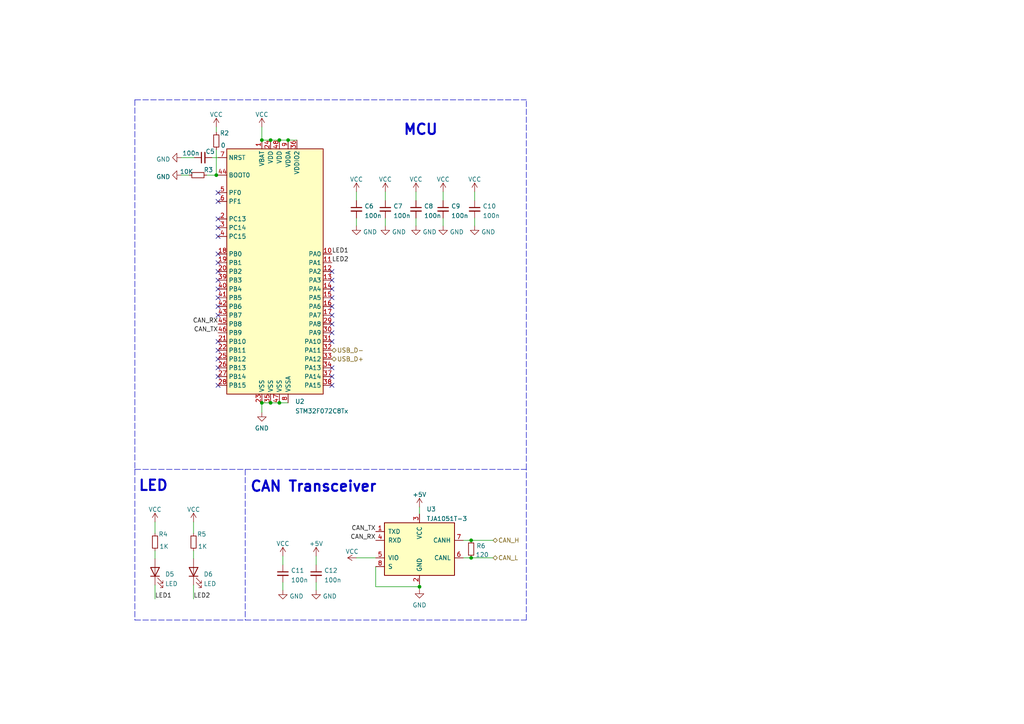
<source format=kicad_sch>
(kicad_sch (version 20211123) (generator eeschema)
  (paper "A4")
  (lib_symbols
    (symbol "Device:C_Small" (pin_numbers hide) (pin_names (offset 0.254) hide)
      (property "Reference" "C" (at 0.254 1.778 0))
      (property "Value" "C_Small" (at 0.254 -2.032 0))
      (symbol "C_Small_0_1"
        (polyline (pts (xy -1.524 -0.508) (xy 1.524 -0.508)) (stroke (width 0.3302)))
        (polyline (pts (xy -1.524 0.508) (xy 1.524 0.508)) (stroke (width 0.3048)))
      )
      (symbol "C_Small_1_1"
        (pin passive line (at 0 2.54 270) (length 2.032) (name "~") (number "1"))
        (pin passive line (at 0 -2.54 90) (length 2.032) (name "~") (number "2"))
      )
    )
    (symbol "Device:LED" (pin_numbers hide) (pin_names (offset 1.016) hide)
      (property "Reference" "D" (at 0 2.54 0))
      (property "Value" "LED" (at 0 -2.54 0))
      (symbol "LED_0_1"
        (polyline (pts (xy -1.27 -1.27) (xy -1.27 1.27)) (stroke (width 0.254)))
        (polyline (pts (xy -1.27 0) (xy 1.27 0)))
        (polyline (pts (xy 1.27 -1.27) (xy 1.27 1.27) (xy -1.27 0) (xy 1.27 -1.27)) (stroke (width 0.254)))
        (polyline (pts (xy -3.048 -0.762) (xy -4.572 -2.286) (xy -3.81 -2.286) (xy -4.572 -2.286) (xy -4.572 -1.524)))
        (polyline (pts (xy -1.778 -0.762) (xy -3.302 -2.286) (xy -2.54 -2.286) (xy -3.302 -2.286) (xy -3.302 -1.524)))
      )
      (symbol "LED_1_1"
        (pin passive line (at -3.81 0 0) (length 2.54) (name "K") (number "1"))
        (pin passive line (at 3.81 0 180) (length 2.54) (name "A") (number "2"))
      )
    )
    (symbol "Device:R_Small" (pin_numbers hide) (pin_names (offset 0.254) hide)
      (property "Reference" "R" (at 0.762 0.508 0))
      (property "Value" "R_Small" (at 0.762 -1.016 0))
      (symbol "R_Small_0_1"
        (rectangle (start -0.762 1.778) (end 0.762 -1.778) (stroke (width 0.2032)))
      )
      (symbol "R_Small_1_1"
        (pin passive line (at 0 2.54 270) (length 0.762) (name "~") (number "1"))
        (pin passive line (at 0 -2.54 90) (length 0.762) (name "~") (number "2"))
      )
    )
    (symbol "Interface_CAN_LIN:TJA1051T-3" (pin_names (offset 1.016))
      (property "Reference" "U" (at -10.16 8.89 0))
      (property "Value" "TJA1051T-3" (at 1.27 8.89 0))
      (symbol "TJA1051T-3_0_1"
        (rectangle (start -10.16 7.62) (end 10.16 -7.62) (stroke (width 0.254)) (fill (type background)))
      )
      (symbol "TJA1051T-3_1_1"
        (pin input line (at -12.7 5.08 0) (length 2.54) (name "TXD") (number "1"))
        (pin power_in line (at 0 -10.16 90) (length 2.54) (name "GND") (number "2"))
        (pin power_in line (at 0 10.16 270) (length 2.54) (name "VCC") (number "3"))
        (pin output line (at -12.7 2.54 0) (length 2.54) (name "RXD") (number "4"))
        (pin power_in line (at -12.7 -2.54 0) (length 2.54) (name "VIO") (number "5"))
        (pin bidirectional line (at 12.7 -2.54 180) (length 2.54) (name "CANL") (number "6"))
        (pin bidirectional line (at 12.7 2.54 180) (length 2.54) (name "CANH") (number "7"))
        (pin input line (at -12.7 -5.08 0) (length 2.54) (name "S") (number "8"))
      )
    )
    (symbol "MCU_ST_STM32F0:STM32F072C8Tx"
      (property "Reference" "U" (at -15.24 36.83 0))
      (property "Value" "STM32F072C8Tx" (at 7.62 36.83 0))
      (symbol "STM32F072C8Tx_0_1"
        (rectangle (start -15.24 -35.56) (end 12.7 35.56) (stroke (width 0.254)) (fill (type background)))
      )
      (symbol "STM32F072C8Tx_1_1"
        (pin power_in line (at -5.08 38.1 270) (length 2.54) (name "VBAT") (number "1"))
        (pin bidirectional line (at 15.24 5.08 180) (length 2.54) (name "PA0") (number "10"))
        (pin bidirectional line (at 15.24 2.54 180) (length 2.54) (name "PA1") (number "11"))
        (pin bidirectional line (at 15.24 0 180) (length 2.54) (name "PA2") (number "12"))
        (pin bidirectional line (at 15.24 -2.54 180) (length 2.54) (name "PA3") (number "13"))
        (pin bidirectional line (at 15.24 -5.08 180) (length 2.54) (name "PA4") (number "14"))
        (pin bidirectional line (at 15.24 -7.62 180) (length 2.54) (name "PA5") (number "15"))
        (pin bidirectional line (at 15.24 -10.16 180) (length 2.54) (name "PA6") (number "16"))
        (pin bidirectional line (at 15.24 -12.7 180) (length 2.54) (name "PA7") (number "17"))
        (pin bidirectional line (at -17.78 5.08 0) (length 2.54) (name "PB0") (number "18"))
        (pin bidirectional line (at -17.78 2.54 0) (length 2.54) (name "PB1") (number "19"))
        (pin bidirectional line (at -17.78 15.24 0) (length 2.54) (name "PC13") (number "2"))
        (pin bidirectional line (at -17.78 0 0) (length 2.54) (name "PB2") (number "20"))
        (pin bidirectional line (at -17.78 -20.32 0) (length 2.54) (name "PB10") (number "21"))
        (pin bidirectional line (at -17.78 -22.86 0) (length 2.54) (name "PB11") (number "22"))
        (pin power_in line (at -5.08 -38.1 90) (length 2.54) (name "VSS") (number "23"))
        (pin power_in line (at -2.54 38.1 270) (length 2.54) (name "VDD") (number "24"))
        (pin bidirectional line (at -17.78 -25.4 0) (length 2.54) (name "PB12") (number "25"))
        (pin bidirectional line (at -17.78 -27.94 0) (length 2.54) (name "PB13") (number "26"))
        (pin bidirectional line (at -17.78 -30.48 0) (length 2.54) (name "PB14") (number "27"))
        (pin bidirectional line (at -17.78 -33.02 0) (length 2.54) (name "PB15") (number "28"))
        (pin bidirectional line (at 15.24 -15.24 180) (length 2.54) (name "PA8") (number "29"))
        (pin bidirectional line (at -17.78 12.7 0) (length 2.54) (name "PC14") (number "3"))
        (pin bidirectional line (at 15.24 -17.78 180) (length 2.54) (name "PA9") (number "30"))
        (pin bidirectional line (at 15.24 -20.32 180) (length 2.54) (name "PA10") (number "31"))
        (pin bidirectional line (at 15.24 -22.86 180) (length 2.54) (name "PA11") (number "32"))
        (pin bidirectional line (at 15.24 -25.4 180) (length 2.54) (name "PA12") (number "33"))
        (pin bidirectional line (at 15.24 -27.94 180) (length 2.54) (name "PA13") (number "34"))
        (pin power_in line (at -2.54 -38.1 90) (length 2.54) (name "VSS") (number "35"))
        (pin power_in line (at 5.08 38.1 270) (length 2.54) (name "VDDIO2") (number "36"))
        (pin bidirectional line (at 15.24 -30.48 180) (length 2.54) (name "PA14") (number "37"))
        (pin bidirectional line (at 15.24 -33.02 180) (length 2.54) (name "PA15") (number "38"))
        (pin bidirectional line (at -17.78 -2.54 0) (length 2.54) (name "PB3") (number "39"))
        (pin bidirectional line (at -17.78 10.16 0) (length 2.54) (name "PC15") (number "4"))
        (pin bidirectional line (at -17.78 -5.08 0) (length 2.54) (name "PB4") (number "40"))
        (pin bidirectional line (at -17.78 -7.62 0) (length 2.54) (name "PB5") (number "41"))
        (pin bidirectional line (at -17.78 -10.16 0) (length 2.54) (name "PB6") (number "42"))
        (pin bidirectional line (at -17.78 -12.7 0) (length 2.54) (name "PB7") (number "43"))
        (pin input line (at -17.78 27.94 0) (length 2.54) (name "BOOT0") (number "44"))
        (pin bidirectional line (at -17.78 -15.24 0) (length 2.54) (name "PB8") (number "45"))
        (pin bidirectional line (at -17.78 -17.78 0) (length 2.54) (name "PB9") (number "46"))
        (pin power_in line (at 0 -38.1 90) (length 2.54) (name "VSS") (number "47"))
        (pin power_in line (at 0 38.1 270) (length 2.54) (name "VDD") (number "48"))
        (pin input line (at -17.78 22.86 0) (length 2.54) (name "PF0") (number "5"))
        (pin input line (at -17.78 20.32 0) (length 2.54) (name "PF1") (number "6"))
        (pin input line (at -17.78 33.02 0) (length 2.54) (name "NRST") (number "7"))
        (pin power_in line (at 2.54 -38.1 90) (length 2.54) (name "VSSA") (number "8"))
        (pin power_in line (at 2.54 38.1 270) (length 2.54) (name "VDDA") (number "9"))
      )
    )
    (symbol "power:+5V" (power) (pin_names (offset 0))
      (property "Value" "+5V" (at 0 3.556 0))
      (symbol "+5V_0_1"
        (polyline (pts (xy -0.762 1.27) (xy 0 2.54)))
        (polyline (pts (xy 0 0) (xy 0 2.54)))
        (polyline (pts (xy 0 2.54) (xy 0.762 1.27)))
      )
      (symbol "+5V_1_1"
        (pin power_in line (at 0 0 90) (length 0) hide (name "+5V") (number "1"))
      )
    )
    (symbol "power:GND" (power) (pin_names (offset 0))
      (property "Value" "GND" (at 0 -3.81 0))
      (symbol "GND_0_1"
        (polyline (pts (xy 0 0) (xy 0 -1.27) (xy 1.27 -1.27) (xy 0 -2.54) (xy -1.27 -1.27) (xy 0 -1.27)))
      )
      (symbol "GND_1_1"
        (pin power_in line (at 0 0 270) (length 0) hide (name "GND") (number "1"))
      )
    )
    (symbol "power:VCC" (power) (pin_names (offset 0))
      (property "Value" "VCC" (at 0 3.81 0))
      (symbol "VCC_0_1"
        (polyline (pts (xy -0.762 1.27) (xy 0 2.54)))
        (polyline (pts (xy 0 0) (xy 0 2.54)))
        (polyline (pts (xy 0 2.54) (xy 0.762 1.27)))
      )
      (symbol "VCC_1_1"
        (pin power_in line (at 0 0 90) (length 0) hide (name "VCC") (number "1"))
      )
    )
  )
  (junction (at 121.666 170.18))
  (junction (at 62.738 50.8))
  (junction (at 75.946 40.64))
  (junction (at 78.486 40.64))
  (junction (at 75.946 116.84))
  (junction (at 81.026 40.64))
  (junction (at 83.566 40.64))
  (junction (at 136.652 156.718))
  (junction (at 78.486 116.84))
  (junction (at 136.652 161.798))
  (junction (at 81.026 116.84))
  (no_connect (at 63.246 109.22))
  (no_connect (at 96.266 86.36))
  (no_connect (at 63.246 111.76))
  (no_connect (at 63.246 73.66))
  (no_connect (at 96.266 109.22))
  (no_connect (at 96.266 106.68))
  (no_connect (at 96.266 99.06))
  (no_connect (at 63.246 104.14))
  (no_connect (at 63.246 66.04))
  (no_connect (at 96.266 83.82))
  (no_connect (at 63.246 99.06))
  (no_connect (at 63.246 106.68))
  (no_connect (at 96.266 111.76))
  (no_connect (at 63.246 101.6))
  (no_connect (at 63.246 78.74))
  (no_connect (at 96.266 81.28))
  (no_connect (at 63.246 91.44))
  (no_connect (at 63.246 58.42))
  (no_connect (at 96.266 91.44))
  (no_connect (at 96.266 96.52))
  (no_connect (at 63.246 63.5))
  (no_connect (at 63.246 88.9))
  (no_connect (at 63.246 76.2))
  (no_connect (at 96.266 78.74))
  (no_connect (at 96.266 88.9))
  (no_connect (at 63.246 86.36))
  (no_connect (at 96.266 93.98))
  (no_connect (at 63.246 81.28))
  (no_connect (at 63.246 68.58))
  (no_connect (at 63.246 83.82))
  (no_connect (at 63.246 55.88))
  (wire (pts (xy 61.468 45.72) (xy 63.246 45.72)))
  (wire (pts (xy 134.366 161.798) (xy 136.652 161.798)))
  (wire (pts (xy 108.966 170.18) (xy 121.666 170.18)))
  (wire (pts (xy 44.958 159.766) (xy 44.958 162.052)))
  (polyline (pts (xy 152.654 179.832) (xy 152.654 136.144)))
  (wire (pts (xy 91.694 161.29) (xy 91.694 163.83)))
  (wire (pts (xy 44.958 151.384) (xy 44.958 154.686)))
  (wire (pts (xy 120.65 55.626) (xy 120.65 58.166)))
  (wire (pts (xy 75.946 40.64) (xy 78.486 40.64)))
  (wire (pts (xy 103.378 161.798) (xy 108.966 161.798)))
  (wire (pts (xy 91.694 168.91) (xy 91.694 171.196)))
  (wire (pts (xy 136.652 156.718) (xy 143.002 156.718)))
  (polyline (pts (xy 39.116 28.956) (xy 39.116 136.144)))
  (wire (pts (xy 81.026 116.84) (xy 83.566 116.84)))
  (polyline (pts (xy 39.116 28.956) (xy 152.654 28.956)))
  (polyline (pts (xy 39.116 136.144) (xy 39.116 179.832)))
  (wire (pts (xy 52.578 45.72) (xy 56.388 45.72)))
  (polyline (pts (xy 39.116 179.832) (xy 152.654 179.832)))
  (polyline (pts (xy 39.116 136.144) (xy 152.654 136.144)))
  (wire (pts (xy 56.134 159.766) (xy 56.134 162.052)))
  (wire (pts (xy 121.666 147.066) (xy 121.666 149.098)))
  (wire (pts (xy 78.486 116.84) (xy 81.026 116.84)))
  (wire (pts (xy 121.666 170.18) (xy 121.666 170.942)))
  (wire (pts (xy 128.524 55.626) (xy 128.524 58.166)))
  (wire (pts (xy 56.134 151.384) (xy 56.134 154.686)))
  (polyline (pts (xy 152.654 136.144) (xy 152.654 28.956)))
  (wire (pts (xy 62.738 43.434) (xy 62.738 50.8)))
  (wire (pts (xy 75.946 116.84) (xy 75.946 119.634)))
  (wire (pts (xy 78.486 40.64) (xy 81.026 40.64)))
  (wire (pts (xy 137.668 55.626) (xy 137.668 58.166)))
  (wire (pts (xy 62.738 36.83) (xy 62.738 38.354)))
  (wire (pts (xy 81.026 40.64) (xy 83.566 40.64)))
  (wire (pts (xy 111.76 55.626) (xy 111.76 58.166)))
  (wire (pts (xy 103.378 63.246) (xy 103.378 65.532)))
  (wire (pts (xy 75.946 36.83) (xy 75.946 40.64)))
  (wire (pts (xy 56.134 169.672) (xy 56.134 173.736)))
  (wire (pts (xy 111.76 63.246) (xy 111.76 65.532)))
  (wire (pts (xy 52.578 50.8) (xy 54.864 50.8)))
  (wire (pts (xy 82.042 168.91) (xy 82.042 171.196)))
  (wire (pts (xy 137.668 63.246) (xy 137.668 65.532)))
  (wire (pts (xy 44.958 169.672) (xy 44.958 173.736)))
  (wire (pts (xy 83.566 40.64) (xy 86.106 40.64)))
  (wire (pts (xy 120.65 63.246) (xy 120.65 65.532)))
  (wire (pts (xy 103.378 55.626) (xy 103.378 58.166)))
  (wire (pts (xy 59.944 50.8) (xy 62.738 50.8)))
  (wire (pts (xy 121.666 169.418) (xy 121.666 170.18)))
  (wire (pts (xy 75.946 116.84) (xy 78.486 116.84)))
  (wire (pts (xy 136.652 161.798) (xy 143.002 161.798)))
  (wire (pts (xy 128.524 63.246) (xy 128.524 65.532)))
  (wire (pts (xy 108.966 164.338) (xy 108.966 170.18)))
  (polyline (pts (xy 71.12 136.144) (xy 71.12 179.832)))
  (wire (pts (xy 134.366 156.718) (xy 136.652 156.718)))
  (wire (pts (xy 82.042 161.29) (xy 82.042 163.83)))
  (wire (pts (xy 62.738 50.8) (xy 63.246 50.8)))
  (text "MCU" (at 116.84 39.497 0) (effects (font (size 3 3) (thickness 0.6) bold) (justify left bottom)))
  (text "LED" (at 40.005 142.748 0) (effects (font (size 3 3) (thickness 0.6) bold) (justify left bottom)))
  (text "CAN Transceiver" (at 72.39 143.002 0) (effects (font (size 3 3) (thickness 0.6) bold) (justify left bottom)))
  (label "CAN_TX" (at 63.246 96.52 180))
  (label "LED2" (at 96.266 76.2 0))
  (label "LED1" (at 96.266 73.66 0))
  (label "CAN_RX" (at 63.246 93.98 180))
  (label "CAN_TX" (at 108.966 154.178 180))
  (label "LED1" (at 44.958 173.736 0))
  (label "CAN_RX" (at 108.966 156.718 180))
  (label "LED2" (at 56.134 173.736 0))
  (hierarchical_label "USB_D-" (shape bidirectional) (at 96.266 101.6 0))
  (hierarchical_label "CAN_L" (shape bidirectional) (at 143.002 161.798 0))
  (hierarchical_label "CAN_H" (shape bidirectional) (at 143.002 156.718 0))
  (hierarchical_label "USB_D+" (shape bidirectional) (at 96.266 104.14 0))
  (symbol (lib_id "power:VCC") (at 44.958 151.384 0) (unit 1)
    (property "Reference" "#PWR031" (effects hide))
    (property "Value" "VCC" (at 44.958 147.7795 0))
  )
  (symbol (lib_id "Device:C_Small") (at 91.694 166.37 0) (unit 1)
    (property "Reference" "C12" (at 94.0181 165.4678 0) (effects (justify left)))
    (property "Value" "100n" (at 94.0181 168.2429 0) (effects (justify left)))
    (property "Footprint" "Capacitor_SMD:C_0603_1608Metric" (effects hide))
  )
  (symbol (lib_id "Device:R_Small") (at 62.738 40.894 180) (unit 1)
    (property "Reference" "R2" (at 63.754 38.608 0) (effects (justify right)))
    (property "Value" "0" (at 64.008 42.164 0) (effects (justify right)))
    (property "Footprint" "Resistor_SMD:R_0603_1608Metric" (effects hide))
  )
  (symbol (lib_id "Interface_CAN_LIN:TJA1051T-3") (at 121.666 159.258 0) (unit 1)
    (property "Reference" "U3" (at 123.6854 147.6715 0) (effects (justify left)))
    (property "Value" "TJA1051T-3" (at 123.6854 150.4466 0) (effects (justify left)))
    (property "Footprint" "Package_SO:SOIC-8_3.9x4.9mm_P1.27mm" (effects hide))
    (property "Datasheet" "http://www.nxp.com/documents/data_sheet/TJA1051.pdf" (effects hide))
  )
  (symbol (lib_id "power:GND") (at 121.666 170.942 0) (unit 1)
    (property "Reference" "#PWR036" (effects hide))
    (property "Value" "GND" (at 121.666 175.5045 0))
  )
  (symbol (lib_id "power:VCC") (at 56.134 151.384 0) (unit 1)
    (property "Reference" "#PWR032" (effects hide))
    (property "Value" "VCC" (at 56.134 147.7795 0))
  )
  (symbol (lib_id "power:VCC") (at 82.042 161.29 0) (unit 1)
    (property "Reference" "#PWR033" (effects hide))
    (property "Value" "VCC" (at 82.042 157.6855 0))
  )
  (symbol (lib_id "power:VCC") (at 128.524 55.626 0) (unit 1)
    (property "Reference" "#PWR022" (effects hide))
    (property "Value" "VCC" (at 128.524 52.0215 0))
  )
  (symbol (lib_id "power:GND") (at 91.694 171.196 0) (unit 1)
    (property "Reference" "#PWR038" (effects hide))
    (property "Value" "GND" (at 93.599 172.945 0) (effects (justify left)))
  )
  (symbol (lib_id "Device:R_Small") (at 56.134 157.226 180) (unit 1)
    (property "Reference" "R5" (at 57.15 154.94 0) (effects (justify right)))
    (property "Value" "1K" (at 57.404 158.496 0) (effects (justify right)))
    (property "Footprint" "Resistor_SMD:R_0603_1608Metric" (effects hide))
  )
  (symbol (lib_id "Device:C_Small") (at 111.76 60.706 0) (unit 1)
    (property "Reference" "C7" (at 114.0841 59.8038 0) (effects (justify left)))
    (property "Value" "100n" (at 114.0841 62.5789 0) (effects (justify left)))
    (property "Footprint" "Capacitor_SMD:C_0603_1608Metric" (effects hide))
  )
  (symbol (lib_id "power:+5V") (at 91.694 161.29 0) (unit 1)
    (property "Reference" "#PWR034" (effects hide))
    (property "Value" "+5V" (at 91.694 157.6855 0))
  )
  (symbol (lib_id "power:VCC") (at 103.378 55.626 0) (unit 1)
    (property "Reference" "#PWR019" (effects hide))
    (property "Value" "VCC" (at 103.378 52.0215 0))
  )
  (symbol (lib_id "Device:C_Small") (at 128.524 60.706 0) (unit 1)
    (property "Reference" "C9" (at 130.8481 59.8038 0) (effects (justify left)))
    (property "Value" "100n" (at 130.8481 62.5789 0) (effects (justify left)))
    (property "Footprint" "Capacitor_SMD:C_0603_1608Metric" (effects hide))
  )
  (symbol (lib_id "MCU_ST_STM32F0:STM32F072C8Tx") (at 81.026 78.74 0) (unit 1)
    (property "Reference" "U2" (at 85.5854 116.4495 0) (effects (justify left)))
    (property "Value" "STM32F072C8Tx" (at 85.5854 119.2246 0) (effects (justify left)))
    (property "Footprint" "Package_QFP:LQFP-48_7x7mm_P0.5mm" (effects hide))
    (property "Datasheet" "http://www.st.com/st-web-ui/static/active/en/resource/technical/document/datasheet/DM00090510.pdf" (effects hide))
  )
  (symbol (lib_id "power:GND") (at 128.524 65.532 0) (unit 1)
    (property "Reference" "#PWR027" (effects hide))
    (property "Value" "GND" (at 130.429 67.281 0) (effects (justify left)))
  )
  (symbol (lib_id "power:GND") (at 52.578 50.8 270) (unit 1)
    (property "Reference" "#PWR018" (effects hide))
    (property "Value" "GND" (at 49.4031 51.279 90) (effects (justify right)))
  )
  (symbol (lib_id "power:VCC") (at 75.946 36.83 0) (unit 1)
    (property "Reference" "#PWR016" (effects hide))
    (property "Value" "VCC" (at 75.946 33.2255 0))
  )
  (symbol (lib_id "power:GND") (at 103.378 65.532 0) (unit 1)
    (property "Reference" "#PWR024" (effects hide))
    (property "Value" "GND" (at 105.283 67.281 0) (effects (justify left)))
  )
  (symbol (lib_id "Device:R_Small") (at 57.404 50.8 90) (unit 1)
    (property "Reference" "R3" (at 60.452 49.276 90))
    (property "Value" "10K" (at 54.102 49.784 90))
    (property "Footprint" "Resistor_SMD:R_0603_1608Metric" (effects hide))
  )
  (symbol (lib_id "power:GND") (at 120.65 65.532 0) (unit 1)
    (property "Reference" "#PWR026" (effects hide))
    (property "Value" "GND" (at 122.555 67.281 0) (effects (justify left)))
  )
  (symbol (lib_id "power:VCC") (at 111.76 55.626 0) (unit 1)
    (property "Reference" "#PWR020" (effects hide))
    (property "Value" "VCC" (at 111.76 52.0215 0))
  )
  (symbol (lib_id "Device:R_Small") (at 136.652 159.258 0) (unit 1)
    (property "Reference" "R6" (at 138.1506 158.3495 0) (effects (justify left)))
    (property "Value" "120" (at 137.922 160.909 0) (effects (justify left)))
    (property "Footprint" "Resistor_SMD:R_0603_1608Metric" (effects hide))
  )
  (symbol (lib_id "power:+5V") (at 121.666 147.066 0) (unit 1)
    (property "Reference" "#PWR030" (effects hide))
    (property "Value" "+5V" (at 121.666 143.4615 0))
  )
  (symbol (lib_id "Device:C_Small") (at 120.65 60.706 0) (unit 1)
    (property "Reference" "C8" (at 122.9741 59.8038 0) (effects (justify left)))
    (property "Value" "100n" (at 122.9741 62.5789 0) (effects (justify left)))
    (property "Footprint" "Capacitor_SMD:C_0603_1608Metric" (effects hide))
  )
  (symbol (lib_id "Device:C_Small") (at 58.928 45.72 90) (unit 1)
    (property "Reference" "C5" (at 60.96 43.942 90))
    (property "Value" "100n" (at 55.372 44.45 90))
    (property "Footprint" "Capacitor_SMD:C_0603_1608Metric" (effects hide))
  )
  (symbol (lib_id "Device:R_Small") (at 44.958 157.226 180) (unit 1)
    (property "Reference" "R4" (at 45.974 154.94 0) (effects (justify right)))
    (property "Value" "1K" (at 46.228 158.496 0) (effects (justify right)))
    (property "Footprint" "Resistor_SMD:R_0603_1608Metric" (effects hide))
  )
  (symbol (lib_id "power:VCC") (at 120.65 55.626 0) (unit 1)
    (property "Reference" "#PWR021" (effects hide))
    (property "Value" "VCC" (at 120.65 52.0215 0))
  )
  (symbol (lib_id "power:VCC") (at 103.378 161.798 90) (mirror x) (unit 1)
    (property "Reference" "#PWR035" (effects hide))
    (property "Value" "VCC" (at 102.108 159.9715 90))
  )
  (symbol (lib_id "power:VCC") (at 62.738 36.83 0) (unit 1)
    (property "Reference" "#PWR015" (effects hide))
    (property "Value" "VCC" (at 62.738 33.2255 0))
  )
  (symbol (lib_id "Device:C_Small") (at 137.668 60.706 0) (unit 1)
    (property "Reference" "C10" (at 139.9921 59.8038 0) (effects (justify left)))
    (property "Value" "100n" (at 139.9921 62.5789 0) (effects (justify left)))
    (property "Footprint" "Capacitor_SMD:C_0603_1608Metric" (effects hide))
  )
  (symbol (lib_id "Device:LED") (at 56.134 165.862 90) (unit 1)
    (property "Reference" "D6" (at 59.055 166.541 90) (effects (justify right)))
    (property "Value" "LED" (at 59.055 169.3161 90) (effects (justify right)))
    (property "Footprint" "LED_SMD:LED_0603_1608Metric" (effects hide))
  )
  (symbol (lib_id "power:VCC") (at 137.668 55.626 0) (unit 1)
    (property "Reference" "#PWR023" (effects hide))
    (property "Value" "VCC" (at 137.668 52.0215 0))
  )
  (symbol (lib_id "Device:C_Small") (at 103.378 60.706 0) (unit 1)
    (property "Reference" "C6" (at 105.7021 59.8038 0) (effects (justify left)))
    (property "Value" "100n" (at 105.7021 62.5789 0) (effects (justify left)))
    (property "Footprint" "Capacitor_SMD:C_0603_1608Metric" (effects hide))
  )
  (symbol (lib_id "power:GND") (at 137.668 65.532 0) (unit 1)
    (property "Reference" "#PWR028" (effects hide))
    (property "Value" "GND" (at 139.573 67.281 0) (effects (justify left)))
  )
  (symbol (lib_id "power:GND") (at 111.76 65.532 0) (unit 1)
    (property "Reference" "#PWR025" (effects hide))
    (property "Value" "GND" (at 113.665 67.281 0) (effects (justify left)))
  )
  (symbol (lib_id "power:GND") (at 52.578 45.72 270) (unit 1)
    (property "Reference" "#PWR017" (effects hide))
    (property "Value" "GND" (at 49.4031 46.199 90) (effects (justify right)))
  )
  (symbol (lib_id "power:GND") (at 75.946 119.634 0) (unit 1)
    (property "Reference" "#PWR029" (effects hide))
    (property "Value" "GND" (at 75.946 124.1965 0))
  )
  (symbol (lib_id "power:GND") (at 82.042 171.196 0) (unit 1)
    (property "Reference" "#PWR037" (effects hide))
    (property "Value" "GND" (at 83.947 172.945 0) (effects (justify left)))
  )
  (symbol (lib_id "Device:C_Small") (at 82.042 166.37 0) (unit 1)
    (property "Reference" "C11" (at 84.3661 165.4678 0) (effects (justify left)))
    (property "Value" "100n" (at 84.3661 168.2429 0) (effects (justify left)))
    (property "Footprint" "Capacitor_SMD:C_0603_1608Metric" (effects hide))
  )
  (symbol (lib_id "Device:LED") (at 44.958 165.862 90) (unit 1)
    (property "Reference" "D5" (at 47.879 166.541 90) (effects (justify right)))
    (property "Value" "LED" (at 47.879 169.3161 90) (effects (justify right)))
    (property "Footprint" "LED_SMD:LED_0603_1608Metric" (effects hide))
  )
)
</source>
